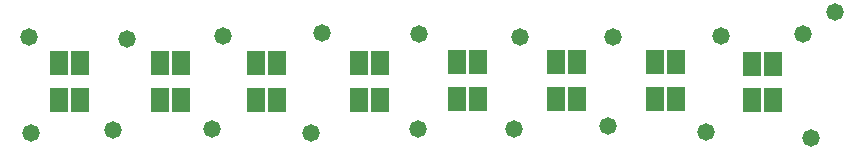
<source format=gbs>
G04 Layer_Color=16711935*
%FSLAX43Y43*%
%MOMM*%
G71*
G01*
G75*
%ADD22C,1.473*%
%ADD23R,1.503X2.103*%
D22*
X119779Y79011D02*
D03*
X110871Y79502D02*
D03*
X112141Y87630D02*
D03*
X102997Y87503D02*
D03*
X102616Y80010D02*
D03*
X94615Y79756D02*
D03*
X95123Y87503D02*
D03*
X86487Y79756D02*
D03*
X86614Y87757D02*
D03*
X78359Y87884D02*
D03*
X77470Y79375D02*
D03*
X69088Y79756D02*
D03*
X69977Y87630D02*
D03*
X61849Y87376D02*
D03*
X60706Y79629D02*
D03*
X53594Y87503D02*
D03*
X53721Y79375D02*
D03*
X119126Y87757D02*
D03*
X121793Y89662D02*
D03*
D23*
X72760Y82220D02*
D03*
Y85320D02*
D03*
X74560D02*
D03*
Y82220D02*
D03*
X56123D02*
D03*
Y85320D02*
D03*
X57923D02*
D03*
Y82220D02*
D03*
X99960Y85420D02*
D03*
Y82320D02*
D03*
X98160D02*
D03*
Y85420D02*
D03*
X116597Y85293D02*
D03*
Y82193D02*
D03*
X114797D02*
D03*
Y85293D02*
D03*
X81523Y82220D02*
D03*
Y85320D02*
D03*
X83323D02*
D03*
Y82220D02*
D03*
X64632D02*
D03*
Y85320D02*
D03*
X66432D02*
D03*
Y82220D02*
D03*
X91578Y85420D02*
D03*
Y82320D02*
D03*
X89778D02*
D03*
Y85420D02*
D03*
X108342D02*
D03*
Y82320D02*
D03*
X106542D02*
D03*
Y85420D02*
D03*
M02*

</source>
